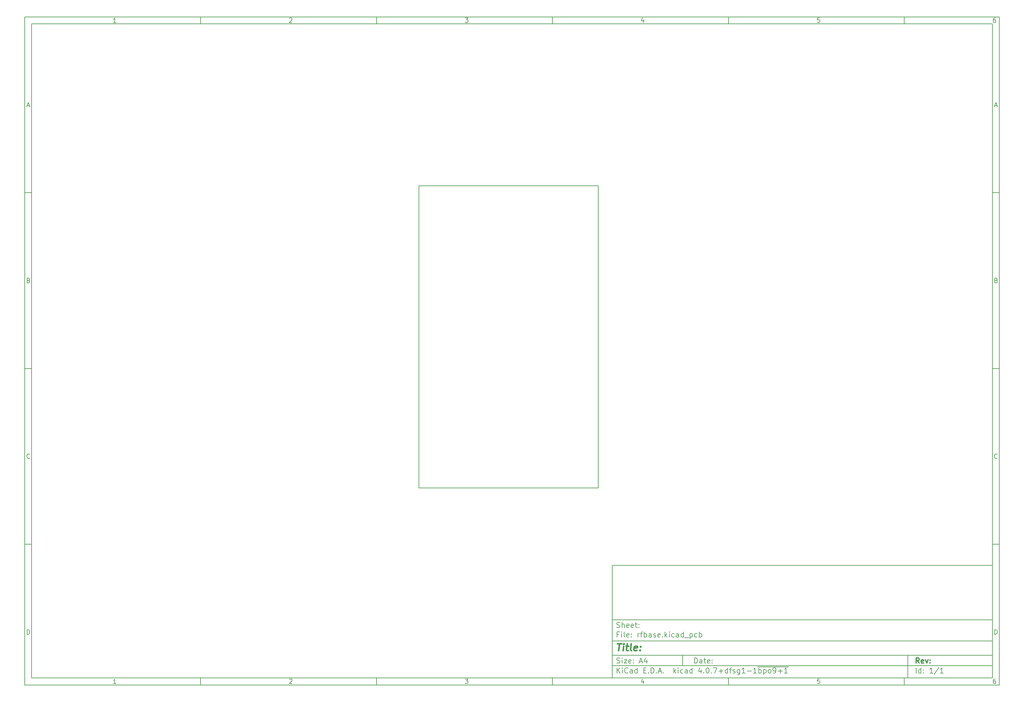
<source format=gbr>
G04 #@! TF.FileFunction,Profile,NP*
%FSLAX46Y46*%
G04 Gerber Fmt 4.6, Leading zero omitted, Abs format (unit mm)*
G04 Created by KiCad (PCBNEW 4.0.7+dfsg1-1~bpo9+1) date Fri Jan  5 13:38:06 2018*
%MOMM*%
%LPD*%
G01*
G04 APERTURE LIST*
%ADD10C,0.100000*%
%ADD11C,0.150000*%
%ADD12C,0.300000*%
%ADD13C,0.400000*%
G04 APERTURE END LIST*
D10*
D11*
X177002200Y-166007200D02*
X177002200Y-198007200D01*
X285002200Y-198007200D01*
X285002200Y-166007200D01*
X177002200Y-166007200D01*
D10*
D11*
X10000000Y-10000000D02*
X10000000Y-200007200D01*
X287002200Y-200007200D01*
X287002200Y-10000000D01*
X10000000Y-10000000D01*
D10*
D11*
X12000000Y-12000000D02*
X12000000Y-198007200D01*
X285002200Y-198007200D01*
X285002200Y-12000000D01*
X12000000Y-12000000D01*
D10*
D11*
X60000000Y-12000000D02*
X60000000Y-10000000D01*
D10*
D11*
X110000000Y-12000000D02*
X110000000Y-10000000D01*
D10*
D11*
X160000000Y-12000000D02*
X160000000Y-10000000D01*
D10*
D11*
X210000000Y-12000000D02*
X210000000Y-10000000D01*
D10*
D11*
X260000000Y-12000000D02*
X260000000Y-10000000D01*
D10*
D11*
X35990476Y-11588095D02*
X35247619Y-11588095D01*
X35619048Y-11588095D02*
X35619048Y-10288095D01*
X35495238Y-10473810D01*
X35371429Y-10597619D01*
X35247619Y-10659524D01*
D10*
D11*
X85247619Y-10411905D02*
X85309524Y-10350000D01*
X85433333Y-10288095D01*
X85742857Y-10288095D01*
X85866667Y-10350000D01*
X85928571Y-10411905D01*
X85990476Y-10535714D01*
X85990476Y-10659524D01*
X85928571Y-10845238D01*
X85185714Y-11588095D01*
X85990476Y-11588095D01*
D10*
D11*
X135185714Y-10288095D02*
X135990476Y-10288095D01*
X135557143Y-10783333D01*
X135742857Y-10783333D01*
X135866667Y-10845238D01*
X135928571Y-10907143D01*
X135990476Y-11030952D01*
X135990476Y-11340476D01*
X135928571Y-11464286D01*
X135866667Y-11526190D01*
X135742857Y-11588095D01*
X135371429Y-11588095D01*
X135247619Y-11526190D01*
X135185714Y-11464286D01*
D10*
D11*
X185866667Y-10721429D02*
X185866667Y-11588095D01*
X185557143Y-10226190D02*
X185247619Y-11154762D01*
X186052381Y-11154762D01*
D10*
D11*
X235928571Y-10288095D02*
X235309524Y-10288095D01*
X235247619Y-10907143D01*
X235309524Y-10845238D01*
X235433333Y-10783333D01*
X235742857Y-10783333D01*
X235866667Y-10845238D01*
X235928571Y-10907143D01*
X235990476Y-11030952D01*
X235990476Y-11340476D01*
X235928571Y-11464286D01*
X235866667Y-11526190D01*
X235742857Y-11588095D01*
X235433333Y-11588095D01*
X235309524Y-11526190D01*
X235247619Y-11464286D01*
D10*
D11*
X285866667Y-10288095D02*
X285619048Y-10288095D01*
X285495238Y-10350000D01*
X285433333Y-10411905D01*
X285309524Y-10597619D01*
X285247619Y-10845238D01*
X285247619Y-11340476D01*
X285309524Y-11464286D01*
X285371429Y-11526190D01*
X285495238Y-11588095D01*
X285742857Y-11588095D01*
X285866667Y-11526190D01*
X285928571Y-11464286D01*
X285990476Y-11340476D01*
X285990476Y-11030952D01*
X285928571Y-10907143D01*
X285866667Y-10845238D01*
X285742857Y-10783333D01*
X285495238Y-10783333D01*
X285371429Y-10845238D01*
X285309524Y-10907143D01*
X285247619Y-11030952D01*
D10*
D11*
X60000000Y-198007200D02*
X60000000Y-200007200D01*
D10*
D11*
X110000000Y-198007200D02*
X110000000Y-200007200D01*
D10*
D11*
X160000000Y-198007200D02*
X160000000Y-200007200D01*
D10*
D11*
X210000000Y-198007200D02*
X210000000Y-200007200D01*
D10*
D11*
X260000000Y-198007200D02*
X260000000Y-200007200D01*
D10*
D11*
X35990476Y-199595295D02*
X35247619Y-199595295D01*
X35619048Y-199595295D02*
X35619048Y-198295295D01*
X35495238Y-198481010D01*
X35371429Y-198604819D01*
X35247619Y-198666724D01*
D10*
D11*
X85247619Y-198419105D02*
X85309524Y-198357200D01*
X85433333Y-198295295D01*
X85742857Y-198295295D01*
X85866667Y-198357200D01*
X85928571Y-198419105D01*
X85990476Y-198542914D01*
X85990476Y-198666724D01*
X85928571Y-198852438D01*
X85185714Y-199595295D01*
X85990476Y-199595295D01*
D10*
D11*
X135185714Y-198295295D02*
X135990476Y-198295295D01*
X135557143Y-198790533D01*
X135742857Y-198790533D01*
X135866667Y-198852438D01*
X135928571Y-198914343D01*
X135990476Y-199038152D01*
X135990476Y-199347676D01*
X135928571Y-199471486D01*
X135866667Y-199533390D01*
X135742857Y-199595295D01*
X135371429Y-199595295D01*
X135247619Y-199533390D01*
X135185714Y-199471486D01*
D10*
D11*
X185866667Y-198728629D02*
X185866667Y-199595295D01*
X185557143Y-198233390D02*
X185247619Y-199161962D01*
X186052381Y-199161962D01*
D10*
D11*
X235928571Y-198295295D02*
X235309524Y-198295295D01*
X235247619Y-198914343D01*
X235309524Y-198852438D01*
X235433333Y-198790533D01*
X235742857Y-198790533D01*
X235866667Y-198852438D01*
X235928571Y-198914343D01*
X235990476Y-199038152D01*
X235990476Y-199347676D01*
X235928571Y-199471486D01*
X235866667Y-199533390D01*
X235742857Y-199595295D01*
X235433333Y-199595295D01*
X235309524Y-199533390D01*
X235247619Y-199471486D01*
D10*
D11*
X285866667Y-198295295D02*
X285619048Y-198295295D01*
X285495238Y-198357200D01*
X285433333Y-198419105D01*
X285309524Y-198604819D01*
X285247619Y-198852438D01*
X285247619Y-199347676D01*
X285309524Y-199471486D01*
X285371429Y-199533390D01*
X285495238Y-199595295D01*
X285742857Y-199595295D01*
X285866667Y-199533390D01*
X285928571Y-199471486D01*
X285990476Y-199347676D01*
X285990476Y-199038152D01*
X285928571Y-198914343D01*
X285866667Y-198852438D01*
X285742857Y-198790533D01*
X285495238Y-198790533D01*
X285371429Y-198852438D01*
X285309524Y-198914343D01*
X285247619Y-199038152D01*
D10*
D11*
X10000000Y-60000000D02*
X12000000Y-60000000D01*
D10*
D11*
X10000000Y-110000000D02*
X12000000Y-110000000D01*
D10*
D11*
X10000000Y-160000000D02*
X12000000Y-160000000D01*
D10*
D11*
X10690476Y-35216667D02*
X11309524Y-35216667D01*
X10566667Y-35588095D02*
X11000000Y-34288095D01*
X11433333Y-35588095D01*
D10*
D11*
X11092857Y-84907143D02*
X11278571Y-84969048D01*
X11340476Y-85030952D01*
X11402381Y-85154762D01*
X11402381Y-85340476D01*
X11340476Y-85464286D01*
X11278571Y-85526190D01*
X11154762Y-85588095D01*
X10659524Y-85588095D01*
X10659524Y-84288095D01*
X11092857Y-84288095D01*
X11216667Y-84350000D01*
X11278571Y-84411905D01*
X11340476Y-84535714D01*
X11340476Y-84659524D01*
X11278571Y-84783333D01*
X11216667Y-84845238D01*
X11092857Y-84907143D01*
X10659524Y-84907143D01*
D10*
D11*
X11402381Y-135464286D02*
X11340476Y-135526190D01*
X11154762Y-135588095D01*
X11030952Y-135588095D01*
X10845238Y-135526190D01*
X10721429Y-135402381D01*
X10659524Y-135278571D01*
X10597619Y-135030952D01*
X10597619Y-134845238D01*
X10659524Y-134597619D01*
X10721429Y-134473810D01*
X10845238Y-134350000D01*
X11030952Y-134288095D01*
X11154762Y-134288095D01*
X11340476Y-134350000D01*
X11402381Y-134411905D01*
D10*
D11*
X10659524Y-185588095D02*
X10659524Y-184288095D01*
X10969048Y-184288095D01*
X11154762Y-184350000D01*
X11278571Y-184473810D01*
X11340476Y-184597619D01*
X11402381Y-184845238D01*
X11402381Y-185030952D01*
X11340476Y-185278571D01*
X11278571Y-185402381D01*
X11154762Y-185526190D01*
X10969048Y-185588095D01*
X10659524Y-185588095D01*
D10*
D11*
X287002200Y-60000000D02*
X285002200Y-60000000D01*
D10*
D11*
X287002200Y-110000000D02*
X285002200Y-110000000D01*
D10*
D11*
X287002200Y-160000000D02*
X285002200Y-160000000D01*
D10*
D11*
X285692676Y-35216667D02*
X286311724Y-35216667D01*
X285568867Y-35588095D02*
X286002200Y-34288095D01*
X286435533Y-35588095D01*
D10*
D11*
X286095057Y-84907143D02*
X286280771Y-84969048D01*
X286342676Y-85030952D01*
X286404581Y-85154762D01*
X286404581Y-85340476D01*
X286342676Y-85464286D01*
X286280771Y-85526190D01*
X286156962Y-85588095D01*
X285661724Y-85588095D01*
X285661724Y-84288095D01*
X286095057Y-84288095D01*
X286218867Y-84350000D01*
X286280771Y-84411905D01*
X286342676Y-84535714D01*
X286342676Y-84659524D01*
X286280771Y-84783333D01*
X286218867Y-84845238D01*
X286095057Y-84907143D01*
X285661724Y-84907143D01*
D10*
D11*
X286404581Y-135464286D02*
X286342676Y-135526190D01*
X286156962Y-135588095D01*
X286033152Y-135588095D01*
X285847438Y-135526190D01*
X285723629Y-135402381D01*
X285661724Y-135278571D01*
X285599819Y-135030952D01*
X285599819Y-134845238D01*
X285661724Y-134597619D01*
X285723629Y-134473810D01*
X285847438Y-134350000D01*
X286033152Y-134288095D01*
X286156962Y-134288095D01*
X286342676Y-134350000D01*
X286404581Y-134411905D01*
D10*
D11*
X285661724Y-185588095D02*
X285661724Y-184288095D01*
X285971248Y-184288095D01*
X286156962Y-184350000D01*
X286280771Y-184473810D01*
X286342676Y-184597619D01*
X286404581Y-184845238D01*
X286404581Y-185030952D01*
X286342676Y-185278571D01*
X286280771Y-185402381D01*
X286156962Y-185526190D01*
X285971248Y-185588095D01*
X285661724Y-185588095D01*
D10*
D11*
X200359343Y-193785771D02*
X200359343Y-192285771D01*
X200716486Y-192285771D01*
X200930771Y-192357200D01*
X201073629Y-192500057D01*
X201145057Y-192642914D01*
X201216486Y-192928629D01*
X201216486Y-193142914D01*
X201145057Y-193428629D01*
X201073629Y-193571486D01*
X200930771Y-193714343D01*
X200716486Y-193785771D01*
X200359343Y-193785771D01*
X202502200Y-193785771D02*
X202502200Y-193000057D01*
X202430771Y-192857200D01*
X202287914Y-192785771D01*
X202002200Y-192785771D01*
X201859343Y-192857200D01*
X202502200Y-193714343D02*
X202359343Y-193785771D01*
X202002200Y-193785771D01*
X201859343Y-193714343D01*
X201787914Y-193571486D01*
X201787914Y-193428629D01*
X201859343Y-193285771D01*
X202002200Y-193214343D01*
X202359343Y-193214343D01*
X202502200Y-193142914D01*
X203002200Y-192785771D02*
X203573629Y-192785771D01*
X203216486Y-192285771D02*
X203216486Y-193571486D01*
X203287914Y-193714343D01*
X203430772Y-193785771D01*
X203573629Y-193785771D01*
X204645057Y-193714343D02*
X204502200Y-193785771D01*
X204216486Y-193785771D01*
X204073629Y-193714343D01*
X204002200Y-193571486D01*
X204002200Y-193000057D01*
X204073629Y-192857200D01*
X204216486Y-192785771D01*
X204502200Y-192785771D01*
X204645057Y-192857200D01*
X204716486Y-193000057D01*
X204716486Y-193142914D01*
X204002200Y-193285771D01*
X205359343Y-193642914D02*
X205430771Y-193714343D01*
X205359343Y-193785771D01*
X205287914Y-193714343D01*
X205359343Y-193642914D01*
X205359343Y-193785771D01*
X205359343Y-192857200D02*
X205430771Y-192928629D01*
X205359343Y-193000057D01*
X205287914Y-192928629D01*
X205359343Y-192857200D01*
X205359343Y-193000057D01*
D10*
D11*
X177002200Y-194507200D02*
X285002200Y-194507200D01*
D10*
D11*
X178359343Y-196585771D02*
X178359343Y-195085771D01*
X179216486Y-196585771D02*
X178573629Y-195728629D01*
X179216486Y-195085771D02*
X178359343Y-195942914D01*
X179859343Y-196585771D02*
X179859343Y-195585771D01*
X179859343Y-195085771D02*
X179787914Y-195157200D01*
X179859343Y-195228629D01*
X179930771Y-195157200D01*
X179859343Y-195085771D01*
X179859343Y-195228629D01*
X181430772Y-196442914D02*
X181359343Y-196514343D01*
X181145057Y-196585771D01*
X181002200Y-196585771D01*
X180787915Y-196514343D01*
X180645057Y-196371486D01*
X180573629Y-196228629D01*
X180502200Y-195942914D01*
X180502200Y-195728629D01*
X180573629Y-195442914D01*
X180645057Y-195300057D01*
X180787915Y-195157200D01*
X181002200Y-195085771D01*
X181145057Y-195085771D01*
X181359343Y-195157200D01*
X181430772Y-195228629D01*
X182716486Y-196585771D02*
X182716486Y-195800057D01*
X182645057Y-195657200D01*
X182502200Y-195585771D01*
X182216486Y-195585771D01*
X182073629Y-195657200D01*
X182716486Y-196514343D02*
X182573629Y-196585771D01*
X182216486Y-196585771D01*
X182073629Y-196514343D01*
X182002200Y-196371486D01*
X182002200Y-196228629D01*
X182073629Y-196085771D01*
X182216486Y-196014343D01*
X182573629Y-196014343D01*
X182716486Y-195942914D01*
X184073629Y-196585771D02*
X184073629Y-195085771D01*
X184073629Y-196514343D02*
X183930772Y-196585771D01*
X183645058Y-196585771D01*
X183502200Y-196514343D01*
X183430772Y-196442914D01*
X183359343Y-196300057D01*
X183359343Y-195871486D01*
X183430772Y-195728629D01*
X183502200Y-195657200D01*
X183645058Y-195585771D01*
X183930772Y-195585771D01*
X184073629Y-195657200D01*
X185930772Y-195800057D02*
X186430772Y-195800057D01*
X186645058Y-196585771D02*
X185930772Y-196585771D01*
X185930772Y-195085771D01*
X186645058Y-195085771D01*
X187287915Y-196442914D02*
X187359343Y-196514343D01*
X187287915Y-196585771D01*
X187216486Y-196514343D01*
X187287915Y-196442914D01*
X187287915Y-196585771D01*
X188002201Y-196585771D02*
X188002201Y-195085771D01*
X188359344Y-195085771D01*
X188573629Y-195157200D01*
X188716487Y-195300057D01*
X188787915Y-195442914D01*
X188859344Y-195728629D01*
X188859344Y-195942914D01*
X188787915Y-196228629D01*
X188716487Y-196371486D01*
X188573629Y-196514343D01*
X188359344Y-196585771D01*
X188002201Y-196585771D01*
X189502201Y-196442914D02*
X189573629Y-196514343D01*
X189502201Y-196585771D01*
X189430772Y-196514343D01*
X189502201Y-196442914D01*
X189502201Y-196585771D01*
X190145058Y-196157200D02*
X190859344Y-196157200D01*
X190002201Y-196585771D02*
X190502201Y-195085771D01*
X191002201Y-196585771D01*
X191502201Y-196442914D02*
X191573629Y-196514343D01*
X191502201Y-196585771D01*
X191430772Y-196514343D01*
X191502201Y-196442914D01*
X191502201Y-196585771D01*
X194502201Y-196585771D02*
X194502201Y-195085771D01*
X194645058Y-196014343D02*
X195073629Y-196585771D01*
X195073629Y-195585771D02*
X194502201Y-196157200D01*
X195716487Y-196585771D02*
X195716487Y-195585771D01*
X195716487Y-195085771D02*
X195645058Y-195157200D01*
X195716487Y-195228629D01*
X195787915Y-195157200D01*
X195716487Y-195085771D01*
X195716487Y-195228629D01*
X197073630Y-196514343D02*
X196930773Y-196585771D01*
X196645059Y-196585771D01*
X196502201Y-196514343D01*
X196430773Y-196442914D01*
X196359344Y-196300057D01*
X196359344Y-195871486D01*
X196430773Y-195728629D01*
X196502201Y-195657200D01*
X196645059Y-195585771D01*
X196930773Y-195585771D01*
X197073630Y-195657200D01*
X198359344Y-196585771D02*
X198359344Y-195800057D01*
X198287915Y-195657200D01*
X198145058Y-195585771D01*
X197859344Y-195585771D01*
X197716487Y-195657200D01*
X198359344Y-196514343D02*
X198216487Y-196585771D01*
X197859344Y-196585771D01*
X197716487Y-196514343D01*
X197645058Y-196371486D01*
X197645058Y-196228629D01*
X197716487Y-196085771D01*
X197859344Y-196014343D01*
X198216487Y-196014343D01*
X198359344Y-195942914D01*
X199716487Y-196585771D02*
X199716487Y-195085771D01*
X199716487Y-196514343D02*
X199573630Y-196585771D01*
X199287916Y-196585771D01*
X199145058Y-196514343D01*
X199073630Y-196442914D01*
X199002201Y-196300057D01*
X199002201Y-195871486D01*
X199073630Y-195728629D01*
X199145058Y-195657200D01*
X199287916Y-195585771D01*
X199573630Y-195585771D01*
X199716487Y-195657200D01*
X202216487Y-195585771D02*
X202216487Y-196585771D01*
X201859344Y-195014343D02*
X201502201Y-196085771D01*
X202430773Y-196085771D01*
X203002201Y-196442914D02*
X203073629Y-196514343D01*
X203002201Y-196585771D01*
X202930772Y-196514343D01*
X203002201Y-196442914D01*
X203002201Y-196585771D01*
X204002201Y-195085771D02*
X204145058Y-195085771D01*
X204287915Y-195157200D01*
X204359344Y-195228629D01*
X204430773Y-195371486D01*
X204502201Y-195657200D01*
X204502201Y-196014343D01*
X204430773Y-196300057D01*
X204359344Y-196442914D01*
X204287915Y-196514343D01*
X204145058Y-196585771D01*
X204002201Y-196585771D01*
X203859344Y-196514343D01*
X203787915Y-196442914D01*
X203716487Y-196300057D01*
X203645058Y-196014343D01*
X203645058Y-195657200D01*
X203716487Y-195371486D01*
X203787915Y-195228629D01*
X203859344Y-195157200D01*
X204002201Y-195085771D01*
X205145058Y-196442914D02*
X205216486Y-196514343D01*
X205145058Y-196585771D01*
X205073629Y-196514343D01*
X205145058Y-196442914D01*
X205145058Y-196585771D01*
X205716487Y-195085771D02*
X206716487Y-195085771D01*
X206073630Y-196585771D01*
X207287915Y-196014343D02*
X208430772Y-196014343D01*
X207859343Y-196585771D02*
X207859343Y-195442914D01*
X209787915Y-196585771D02*
X209787915Y-195085771D01*
X209787915Y-196514343D02*
X209645058Y-196585771D01*
X209359344Y-196585771D01*
X209216486Y-196514343D01*
X209145058Y-196442914D01*
X209073629Y-196300057D01*
X209073629Y-195871486D01*
X209145058Y-195728629D01*
X209216486Y-195657200D01*
X209359344Y-195585771D01*
X209645058Y-195585771D01*
X209787915Y-195657200D01*
X210287915Y-195585771D02*
X210859344Y-195585771D01*
X210502201Y-196585771D02*
X210502201Y-195300057D01*
X210573629Y-195157200D01*
X210716487Y-195085771D01*
X210859344Y-195085771D01*
X211287915Y-196514343D02*
X211430772Y-196585771D01*
X211716487Y-196585771D01*
X211859344Y-196514343D01*
X211930772Y-196371486D01*
X211930772Y-196300057D01*
X211859344Y-196157200D01*
X211716487Y-196085771D01*
X211502201Y-196085771D01*
X211359344Y-196014343D01*
X211287915Y-195871486D01*
X211287915Y-195800057D01*
X211359344Y-195657200D01*
X211502201Y-195585771D01*
X211716487Y-195585771D01*
X211859344Y-195657200D01*
X213216487Y-195585771D02*
X213216487Y-196800057D01*
X213145058Y-196942914D01*
X213073630Y-197014343D01*
X212930773Y-197085771D01*
X212716487Y-197085771D01*
X212573630Y-197014343D01*
X213216487Y-196514343D02*
X213073630Y-196585771D01*
X212787916Y-196585771D01*
X212645058Y-196514343D01*
X212573630Y-196442914D01*
X212502201Y-196300057D01*
X212502201Y-195871486D01*
X212573630Y-195728629D01*
X212645058Y-195657200D01*
X212787916Y-195585771D01*
X213073630Y-195585771D01*
X213216487Y-195657200D01*
X214716487Y-196585771D02*
X213859344Y-196585771D01*
X214287916Y-196585771D02*
X214287916Y-195085771D01*
X214145059Y-195300057D01*
X214002201Y-195442914D01*
X213859344Y-195514343D01*
X215359344Y-196014343D02*
X216502201Y-196014343D01*
X218002201Y-196585771D02*
X217145058Y-196585771D01*
X217573630Y-196585771D02*
X217573630Y-195085771D01*
X217430773Y-195300057D01*
X217287915Y-195442914D01*
X217145058Y-195514343D01*
X218645058Y-196585771D02*
X218645058Y-195085771D01*
X218645058Y-195657200D02*
X218787915Y-195585771D01*
X219073629Y-195585771D01*
X219216486Y-195657200D01*
X219287915Y-195728629D01*
X219359344Y-195871486D01*
X219359344Y-196300057D01*
X219287915Y-196442914D01*
X219216486Y-196514343D01*
X219073629Y-196585771D01*
X218787915Y-196585771D01*
X218645058Y-196514343D01*
X220002201Y-195585771D02*
X220002201Y-197085771D01*
X220002201Y-195657200D02*
X220145058Y-195585771D01*
X220430772Y-195585771D01*
X220573629Y-195657200D01*
X220645058Y-195728629D01*
X220716487Y-195871486D01*
X220716487Y-196300057D01*
X220645058Y-196442914D01*
X220573629Y-196514343D01*
X220430772Y-196585771D01*
X220145058Y-196585771D01*
X220002201Y-196514343D01*
X221573630Y-196585771D02*
X221430772Y-196514343D01*
X221359344Y-196442914D01*
X221287915Y-196300057D01*
X221287915Y-195871486D01*
X221359344Y-195728629D01*
X221430772Y-195657200D01*
X221573630Y-195585771D01*
X221787915Y-195585771D01*
X221930772Y-195657200D01*
X222002201Y-195728629D01*
X222073630Y-195871486D01*
X222073630Y-196300057D01*
X222002201Y-196442914D01*
X221930772Y-196514343D01*
X221787915Y-196585771D01*
X221573630Y-196585771D01*
X222787915Y-196585771D02*
X223073630Y-196585771D01*
X223216487Y-196514343D01*
X223287915Y-196442914D01*
X223430773Y-196228629D01*
X223502201Y-195942914D01*
X223502201Y-195371486D01*
X223430773Y-195228629D01*
X223359344Y-195157200D01*
X223216487Y-195085771D01*
X222930773Y-195085771D01*
X222787915Y-195157200D01*
X222716487Y-195228629D01*
X222645058Y-195371486D01*
X222645058Y-195728629D01*
X222716487Y-195871486D01*
X222787915Y-195942914D01*
X222930773Y-196014343D01*
X223216487Y-196014343D01*
X223359344Y-195942914D01*
X223430773Y-195871486D01*
X223502201Y-195728629D01*
X224145058Y-196014343D02*
X225287915Y-196014343D01*
X224716486Y-196585771D02*
X224716486Y-195442914D01*
X226787915Y-196585771D02*
X225930772Y-196585771D01*
X226359344Y-196585771D02*
X226359344Y-195085771D01*
X226216487Y-195300057D01*
X226073629Y-195442914D01*
X225930772Y-195514343D01*
X218287915Y-194827200D02*
X227073629Y-194827200D01*
D10*
D11*
X177002200Y-191507200D02*
X285002200Y-191507200D01*
D10*
D12*
X264216486Y-193785771D02*
X263716486Y-193071486D01*
X263359343Y-193785771D02*
X263359343Y-192285771D01*
X263930771Y-192285771D01*
X264073629Y-192357200D01*
X264145057Y-192428629D01*
X264216486Y-192571486D01*
X264216486Y-192785771D01*
X264145057Y-192928629D01*
X264073629Y-193000057D01*
X263930771Y-193071486D01*
X263359343Y-193071486D01*
X265430771Y-193714343D02*
X265287914Y-193785771D01*
X265002200Y-193785771D01*
X264859343Y-193714343D01*
X264787914Y-193571486D01*
X264787914Y-193000057D01*
X264859343Y-192857200D01*
X265002200Y-192785771D01*
X265287914Y-192785771D01*
X265430771Y-192857200D01*
X265502200Y-193000057D01*
X265502200Y-193142914D01*
X264787914Y-193285771D01*
X266002200Y-192785771D02*
X266359343Y-193785771D01*
X266716485Y-192785771D01*
X267287914Y-193642914D02*
X267359342Y-193714343D01*
X267287914Y-193785771D01*
X267216485Y-193714343D01*
X267287914Y-193642914D01*
X267287914Y-193785771D01*
X267287914Y-192857200D02*
X267359342Y-192928629D01*
X267287914Y-193000057D01*
X267216485Y-192928629D01*
X267287914Y-192857200D01*
X267287914Y-193000057D01*
D10*
D11*
X178287914Y-193714343D02*
X178502200Y-193785771D01*
X178859343Y-193785771D01*
X179002200Y-193714343D01*
X179073629Y-193642914D01*
X179145057Y-193500057D01*
X179145057Y-193357200D01*
X179073629Y-193214343D01*
X179002200Y-193142914D01*
X178859343Y-193071486D01*
X178573629Y-193000057D01*
X178430771Y-192928629D01*
X178359343Y-192857200D01*
X178287914Y-192714343D01*
X178287914Y-192571486D01*
X178359343Y-192428629D01*
X178430771Y-192357200D01*
X178573629Y-192285771D01*
X178930771Y-192285771D01*
X179145057Y-192357200D01*
X179787914Y-193785771D02*
X179787914Y-192785771D01*
X179787914Y-192285771D02*
X179716485Y-192357200D01*
X179787914Y-192428629D01*
X179859342Y-192357200D01*
X179787914Y-192285771D01*
X179787914Y-192428629D01*
X180359343Y-192785771D02*
X181145057Y-192785771D01*
X180359343Y-193785771D01*
X181145057Y-193785771D01*
X182287914Y-193714343D02*
X182145057Y-193785771D01*
X181859343Y-193785771D01*
X181716486Y-193714343D01*
X181645057Y-193571486D01*
X181645057Y-193000057D01*
X181716486Y-192857200D01*
X181859343Y-192785771D01*
X182145057Y-192785771D01*
X182287914Y-192857200D01*
X182359343Y-193000057D01*
X182359343Y-193142914D01*
X181645057Y-193285771D01*
X183002200Y-193642914D02*
X183073628Y-193714343D01*
X183002200Y-193785771D01*
X182930771Y-193714343D01*
X183002200Y-193642914D01*
X183002200Y-193785771D01*
X183002200Y-192857200D02*
X183073628Y-192928629D01*
X183002200Y-193000057D01*
X182930771Y-192928629D01*
X183002200Y-192857200D01*
X183002200Y-193000057D01*
X184787914Y-193357200D02*
X185502200Y-193357200D01*
X184645057Y-193785771D02*
X185145057Y-192285771D01*
X185645057Y-193785771D01*
X186787914Y-192785771D02*
X186787914Y-193785771D01*
X186430771Y-192214343D02*
X186073628Y-193285771D01*
X187002200Y-193285771D01*
D10*
D11*
X263359343Y-196585771D02*
X263359343Y-195085771D01*
X264716486Y-196585771D02*
X264716486Y-195085771D01*
X264716486Y-196514343D02*
X264573629Y-196585771D01*
X264287915Y-196585771D01*
X264145057Y-196514343D01*
X264073629Y-196442914D01*
X264002200Y-196300057D01*
X264002200Y-195871486D01*
X264073629Y-195728629D01*
X264145057Y-195657200D01*
X264287915Y-195585771D01*
X264573629Y-195585771D01*
X264716486Y-195657200D01*
X265430772Y-196442914D02*
X265502200Y-196514343D01*
X265430772Y-196585771D01*
X265359343Y-196514343D01*
X265430772Y-196442914D01*
X265430772Y-196585771D01*
X265430772Y-195657200D02*
X265502200Y-195728629D01*
X265430772Y-195800057D01*
X265359343Y-195728629D01*
X265430772Y-195657200D01*
X265430772Y-195800057D01*
X268073629Y-196585771D02*
X267216486Y-196585771D01*
X267645058Y-196585771D02*
X267645058Y-195085771D01*
X267502201Y-195300057D01*
X267359343Y-195442914D01*
X267216486Y-195514343D01*
X269787914Y-195014343D02*
X268502200Y-196942914D01*
X271073629Y-196585771D02*
X270216486Y-196585771D01*
X270645058Y-196585771D02*
X270645058Y-195085771D01*
X270502201Y-195300057D01*
X270359343Y-195442914D01*
X270216486Y-195514343D01*
D10*
D11*
X177002200Y-187507200D02*
X285002200Y-187507200D01*
D10*
D13*
X178454581Y-188211962D02*
X179597438Y-188211962D01*
X178776010Y-190211962D02*
X179026010Y-188211962D01*
X180014105Y-190211962D02*
X180180771Y-188878629D01*
X180264105Y-188211962D02*
X180156962Y-188307200D01*
X180240295Y-188402438D01*
X180347439Y-188307200D01*
X180264105Y-188211962D01*
X180240295Y-188402438D01*
X180847438Y-188878629D02*
X181609343Y-188878629D01*
X181216486Y-188211962D02*
X181002200Y-189926248D01*
X181073630Y-190116724D01*
X181252201Y-190211962D01*
X181442677Y-190211962D01*
X182395058Y-190211962D02*
X182216487Y-190116724D01*
X182145057Y-189926248D01*
X182359343Y-188211962D01*
X183930772Y-190116724D02*
X183728391Y-190211962D01*
X183347439Y-190211962D01*
X183168867Y-190116724D01*
X183097438Y-189926248D01*
X183192676Y-189164343D01*
X183311724Y-188973867D01*
X183514105Y-188878629D01*
X183895057Y-188878629D01*
X184073629Y-188973867D01*
X184145057Y-189164343D01*
X184121248Y-189354819D01*
X183145057Y-189545295D01*
X184895057Y-190021486D02*
X184978392Y-190116724D01*
X184871248Y-190211962D01*
X184787915Y-190116724D01*
X184895057Y-190021486D01*
X184871248Y-190211962D01*
X185026010Y-188973867D02*
X185109344Y-189069105D01*
X185002200Y-189164343D01*
X184918867Y-189069105D01*
X185026010Y-188973867D01*
X185002200Y-189164343D01*
D10*
D11*
X178859343Y-185600057D02*
X178359343Y-185600057D01*
X178359343Y-186385771D02*
X178359343Y-184885771D01*
X179073629Y-184885771D01*
X179645057Y-186385771D02*
X179645057Y-185385771D01*
X179645057Y-184885771D02*
X179573628Y-184957200D01*
X179645057Y-185028629D01*
X179716485Y-184957200D01*
X179645057Y-184885771D01*
X179645057Y-185028629D01*
X180573629Y-186385771D02*
X180430771Y-186314343D01*
X180359343Y-186171486D01*
X180359343Y-184885771D01*
X181716485Y-186314343D02*
X181573628Y-186385771D01*
X181287914Y-186385771D01*
X181145057Y-186314343D01*
X181073628Y-186171486D01*
X181073628Y-185600057D01*
X181145057Y-185457200D01*
X181287914Y-185385771D01*
X181573628Y-185385771D01*
X181716485Y-185457200D01*
X181787914Y-185600057D01*
X181787914Y-185742914D01*
X181073628Y-185885771D01*
X182430771Y-186242914D02*
X182502199Y-186314343D01*
X182430771Y-186385771D01*
X182359342Y-186314343D01*
X182430771Y-186242914D01*
X182430771Y-186385771D01*
X182430771Y-185457200D02*
X182502199Y-185528629D01*
X182430771Y-185600057D01*
X182359342Y-185528629D01*
X182430771Y-185457200D01*
X182430771Y-185600057D01*
X184287914Y-186385771D02*
X184287914Y-185385771D01*
X184287914Y-185671486D02*
X184359342Y-185528629D01*
X184430771Y-185457200D01*
X184573628Y-185385771D01*
X184716485Y-185385771D01*
X185002199Y-185385771D02*
X185573628Y-185385771D01*
X185216485Y-186385771D02*
X185216485Y-185100057D01*
X185287913Y-184957200D01*
X185430771Y-184885771D01*
X185573628Y-184885771D01*
X186073628Y-186385771D02*
X186073628Y-184885771D01*
X186073628Y-185457200D02*
X186216485Y-185385771D01*
X186502199Y-185385771D01*
X186645056Y-185457200D01*
X186716485Y-185528629D01*
X186787914Y-185671486D01*
X186787914Y-186100057D01*
X186716485Y-186242914D01*
X186645056Y-186314343D01*
X186502199Y-186385771D01*
X186216485Y-186385771D01*
X186073628Y-186314343D01*
X188073628Y-186385771D02*
X188073628Y-185600057D01*
X188002199Y-185457200D01*
X187859342Y-185385771D01*
X187573628Y-185385771D01*
X187430771Y-185457200D01*
X188073628Y-186314343D02*
X187930771Y-186385771D01*
X187573628Y-186385771D01*
X187430771Y-186314343D01*
X187359342Y-186171486D01*
X187359342Y-186028629D01*
X187430771Y-185885771D01*
X187573628Y-185814343D01*
X187930771Y-185814343D01*
X188073628Y-185742914D01*
X188716485Y-186314343D02*
X188859342Y-186385771D01*
X189145057Y-186385771D01*
X189287914Y-186314343D01*
X189359342Y-186171486D01*
X189359342Y-186100057D01*
X189287914Y-185957200D01*
X189145057Y-185885771D01*
X188930771Y-185885771D01*
X188787914Y-185814343D01*
X188716485Y-185671486D01*
X188716485Y-185600057D01*
X188787914Y-185457200D01*
X188930771Y-185385771D01*
X189145057Y-185385771D01*
X189287914Y-185457200D01*
X190573628Y-186314343D02*
X190430771Y-186385771D01*
X190145057Y-186385771D01*
X190002200Y-186314343D01*
X189930771Y-186171486D01*
X189930771Y-185600057D01*
X190002200Y-185457200D01*
X190145057Y-185385771D01*
X190430771Y-185385771D01*
X190573628Y-185457200D01*
X190645057Y-185600057D01*
X190645057Y-185742914D01*
X189930771Y-185885771D01*
X191287914Y-186242914D02*
X191359342Y-186314343D01*
X191287914Y-186385771D01*
X191216485Y-186314343D01*
X191287914Y-186242914D01*
X191287914Y-186385771D01*
X192002200Y-186385771D02*
X192002200Y-184885771D01*
X192145057Y-185814343D02*
X192573628Y-186385771D01*
X192573628Y-185385771D02*
X192002200Y-185957200D01*
X193216486Y-186385771D02*
X193216486Y-185385771D01*
X193216486Y-184885771D02*
X193145057Y-184957200D01*
X193216486Y-185028629D01*
X193287914Y-184957200D01*
X193216486Y-184885771D01*
X193216486Y-185028629D01*
X194573629Y-186314343D02*
X194430772Y-186385771D01*
X194145058Y-186385771D01*
X194002200Y-186314343D01*
X193930772Y-186242914D01*
X193859343Y-186100057D01*
X193859343Y-185671486D01*
X193930772Y-185528629D01*
X194002200Y-185457200D01*
X194145058Y-185385771D01*
X194430772Y-185385771D01*
X194573629Y-185457200D01*
X195859343Y-186385771D02*
X195859343Y-185600057D01*
X195787914Y-185457200D01*
X195645057Y-185385771D01*
X195359343Y-185385771D01*
X195216486Y-185457200D01*
X195859343Y-186314343D02*
X195716486Y-186385771D01*
X195359343Y-186385771D01*
X195216486Y-186314343D01*
X195145057Y-186171486D01*
X195145057Y-186028629D01*
X195216486Y-185885771D01*
X195359343Y-185814343D01*
X195716486Y-185814343D01*
X195859343Y-185742914D01*
X197216486Y-186385771D02*
X197216486Y-184885771D01*
X197216486Y-186314343D02*
X197073629Y-186385771D01*
X196787915Y-186385771D01*
X196645057Y-186314343D01*
X196573629Y-186242914D01*
X196502200Y-186100057D01*
X196502200Y-185671486D01*
X196573629Y-185528629D01*
X196645057Y-185457200D01*
X196787915Y-185385771D01*
X197073629Y-185385771D01*
X197216486Y-185457200D01*
X197573629Y-186528629D02*
X198716486Y-186528629D01*
X199073629Y-185385771D02*
X199073629Y-186885771D01*
X199073629Y-185457200D02*
X199216486Y-185385771D01*
X199502200Y-185385771D01*
X199645057Y-185457200D01*
X199716486Y-185528629D01*
X199787915Y-185671486D01*
X199787915Y-186100057D01*
X199716486Y-186242914D01*
X199645057Y-186314343D01*
X199502200Y-186385771D01*
X199216486Y-186385771D01*
X199073629Y-186314343D01*
X201073629Y-186314343D02*
X200930772Y-186385771D01*
X200645058Y-186385771D01*
X200502200Y-186314343D01*
X200430772Y-186242914D01*
X200359343Y-186100057D01*
X200359343Y-185671486D01*
X200430772Y-185528629D01*
X200502200Y-185457200D01*
X200645058Y-185385771D01*
X200930772Y-185385771D01*
X201073629Y-185457200D01*
X201716486Y-186385771D02*
X201716486Y-184885771D01*
X201716486Y-185457200D02*
X201859343Y-185385771D01*
X202145057Y-185385771D01*
X202287914Y-185457200D01*
X202359343Y-185528629D01*
X202430772Y-185671486D01*
X202430772Y-186100057D01*
X202359343Y-186242914D01*
X202287914Y-186314343D01*
X202145057Y-186385771D01*
X201859343Y-186385771D01*
X201716486Y-186314343D01*
D10*
D11*
X177002200Y-181507200D02*
X285002200Y-181507200D01*
D10*
D11*
X178287914Y-183614343D02*
X178502200Y-183685771D01*
X178859343Y-183685771D01*
X179002200Y-183614343D01*
X179073629Y-183542914D01*
X179145057Y-183400057D01*
X179145057Y-183257200D01*
X179073629Y-183114343D01*
X179002200Y-183042914D01*
X178859343Y-182971486D01*
X178573629Y-182900057D01*
X178430771Y-182828629D01*
X178359343Y-182757200D01*
X178287914Y-182614343D01*
X178287914Y-182471486D01*
X178359343Y-182328629D01*
X178430771Y-182257200D01*
X178573629Y-182185771D01*
X178930771Y-182185771D01*
X179145057Y-182257200D01*
X179787914Y-183685771D02*
X179787914Y-182185771D01*
X180430771Y-183685771D02*
X180430771Y-182900057D01*
X180359342Y-182757200D01*
X180216485Y-182685771D01*
X180002200Y-182685771D01*
X179859342Y-182757200D01*
X179787914Y-182828629D01*
X181716485Y-183614343D02*
X181573628Y-183685771D01*
X181287914Y-183685771D01*
X181145057Y-183614343D01*
X181073628Y-183471486D01*
X181073628Y-182900057D01*
X181145057Y-182757200D01*
X181287914Y-182685771D01*
X181573628Y-182685771D01*
X181716485Y-182757200D01*
X181787914Y-182900057D01*
X181787914Y-183042914D01*
X181073628Y-183185771D01*
X183002199Y-183614343D02*
X182859342Y-183685771D01*
X182573628Y-183685771D01*
X182430771Y-183614343D01*
X182359342Y-183471486D01*
X182359342Y-182900057D01*
X182430771Y-182757200D01*
X182573628Y-182685771D01*
X182859342Y-182685771D01*
X183002199Y-182757200D01*
X183073628Y-182900057D01*
X183073628Y-183042914D01*
X182359342Y-183185771D01*
X183502199Y-182685771D02*
X184073628Y-182685771D01*
X183716485Y-182185771D02*
X183716485Y-183471486D01*
X183787913Y-183614343D01*
X183930771Y-183685771D01*
X184073628Y-183685771D01*
X184573628Y-183542914D02*
X184645056Y-183614343D01*
X184573628Y-183685771D01*
X184502199Y-183614343D01*
X184573628Y-183542914D01*
X184573628Y-183685771D01*
X184573628Y-182757200D02*
X184645056Y-182828629D01*
X184573628Y-182900057D01*
X184502199Y-182828629D01*
X184573628Y-182757200D01*
X184573628Y-182900057D01*
D10*
D11*
X197002200Y-191507200D02*
X197002200Y-194507200D01*
D10*
D11*
X261002200Y-191507200D02*
X261002200Y-198007200D01*
X122000000Y-144000000D02*
X173000000Y-144000000D01*
X122000000Y-58000000D02*
X173000000Y-58000000D01*
X173000000Y-144000000D02*
X173000000Y-58000000D01*
X122000000Y-58000000D02*
X122000000Y-144000000D01*
M02*

</source>
